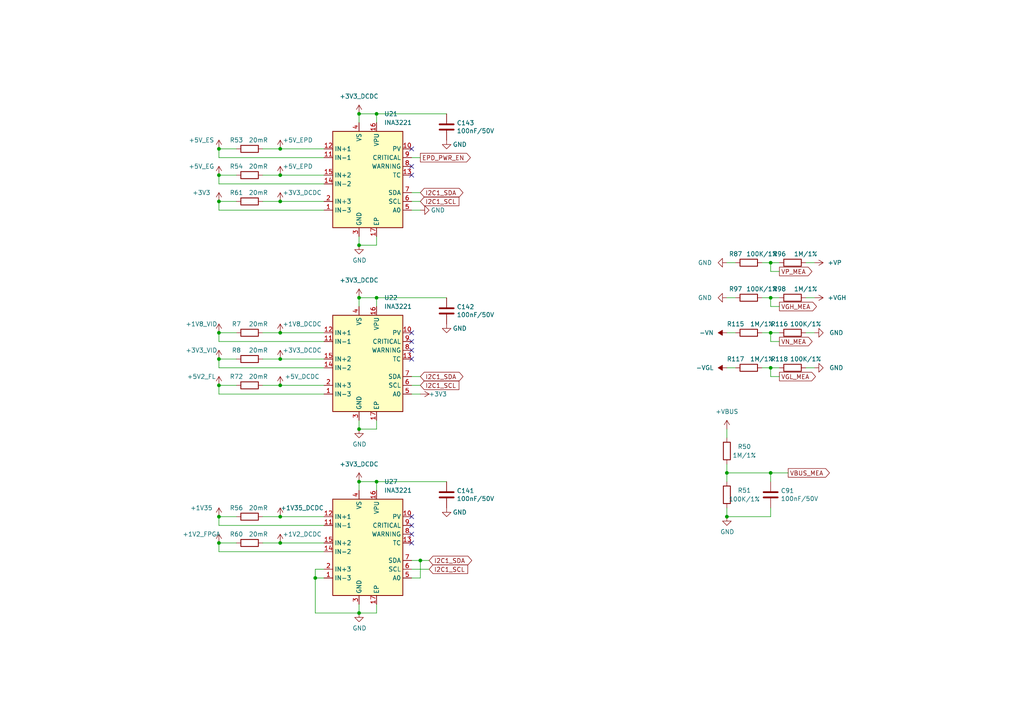
<source format=kicad_sch>
(kicad_sch (version 20231120) (generator "eeschema") (generator_version "8.0")
  (paper "A4")
  (title_block (title "Glider") (date "2025-04-18") (rev "R0.13") (company "Copyright 2025 Wenting Zhang"))
  (lib_symbols
    (symbol "Device:C" (pin_numbers hide) (pin_names (offset 0.254))
      (property "Reference" "C" (at 0.635 2.54 0))
      (property "Value" "C" (at 0.635 -2.54 0))
      (symbol "C_0_1"
        (polyline (pts (xy -2.032 -0.762) (xy 2.032 -0.762)) (stroke (width 0.508)))
        (polyline (pts (xy -2.032 0.762) (xy 2.032 0.762)) (stroke (width 0.508)))
      )
      (symbol "C_1_1"
        (pin passive line (at 0 3.81 270) (length 2.794) (name "~") (number "1"))
        (pin passive line (at 0 -3.81 90) (length 2.794) (name "~") (number "2"))
      )
    )
    (symbol "Device:R" (pin_numbers hide) (pin_names (offset 0))
      (property "Reference" "R" (at 2.032 0 90))
      (property "Value" "R" (at 0 0 90))
      (symbol "R_0_1"
        (rectangle (start -1.016 -2.54) (end 1.016 2.54) (stroke (width 0.254)))
      )
      (symbol "R_1_1"
        (pin passive line (at 0 3.81 270) (length 1.27) (name "~") (number "1"))
        (pin passive line (at 0 -3.81 90) (length 1.27) (name "~") (number "2"))
      )
    )
    (symbol "Power_Management:INA3221"
      (property "Reference" "U" (at -10.16 17.78 0))
      (property "Value" "INA3221" (at 5.08 17.78 0))
      (symbol "INA3221_0_1"
        (rectangle (start 10.16 -12.7) (end -10.16 15.24) (stroke (width 0.254)) (fill (type background)))
      )
      (symbol "INA3221_1_1"
        (pin input line (at -12.7 -7.62 0) (length 2.54) (name "IN-3") (number "1"))
        (pin open_collector line (at 12.7 10.16 180) (length 2.54) (name "PV") (number "10"))
        (pin input line (at -12.7 7.62 0) (length 2.54) (name "IN-1") (number "11"))
        (pin input line (at -12.7 10.16 0) (length 2.54) (name "IN+1") (number "12"))
        (pin open_collector line (at 12.7 2.54 180) (length 2.54) (name "TC") (number "13"))
        (pin input line (at -12.7 0 0) (length 2.54) (name "IN-2") (number "14"))
        (pin input line (at -12.7 2.54 0) (length 2.54) (name "IN+2") (number "15"))
        (pin power_in line (at 2.54 17.78 270) (length 2.54) (name "VPU") (number "16"))
        (pin passive line (at 2.54 -15.24 90) (length 2.54) (name "EP") (number "17"))
        (pin input line (at -12.7 -5.08 0) (length 2.54) (name "IN+3") (number "2"))
        (pin power_in line (at -2.54 -15.24 90) (length 2.54) (name "GND") (number "3"))
        (pin power_in line (at -2.54 17.78 270) (length 2.54) (name "VS") (number "4"))
        (pin input line (at 12.7 -7.62 180) (length 2.54) (name "A0") (number "5"))
        (pin input line (at 12.7 -5.08 180) (length 2.54) (name "SCL") (number "6"))
        (pin bidirectional line (at 12.7 -2.54 180) (length 2.54) (name "SDA") (number "7"))
        (pin open_collector line (at 12.7 5.08 180) (length 2.54) (name "WARNING") (number "8"))
        (pin open_collector line (at 12.7 7.62 180) (length 2.54) (name "CRITICAL") (number "9"))
      )
    )
    (symbol "power:+3V3" (power) (pin_names (offset 0))
      (property "Value" "+3V3" (at 0 3.556 0))
      (symbol "+3V3_0_1"
        (polyline (pts (xy -0.762 1.27) (xy 0 2.54)))
        (polyline (pts (xy 0 0) (xy 0 2.54)))
        (polyline (pts (xy 0 2.54) (xy 0.762 1.27)))
      )
      (symbol "+3V3_1_1"
        (pin power_in line (at 0 0 90) (length 0) hide (name "+3V3") (number "1"))
      )
    )
    (symbol "power:GND" (power) (pin_names (offset 0))
      (property "Value" "GND" (at 0 -3.81 0))
      (symbol "GND_0_1"
        (polyline (pts (xy 0 0) (xy 0 -1.27) (xy 1.27 -1.27) (xy 0 -2.54) (xy -1.27 -1.27) (xy 0 -1.27)))
      )
      (symbol "GND_1_1"
        (pin power_in line (at 0 0 270) (length 0) hide (name "GND") (number "1"))
      )
    )
    (symbol "symbols:+V" (power) (pin_names (offset 0))
      (property "Value" "+V" (at 0 3.556 0))
      (symbol "+V_0_1"
        (polyline (pts (xy -0.762 1.27) (xy 0 2.54)))
        (polyline (pts (xy 0 0) (xy 0 2.54)))
        (polyline (pts (xy 0 2.54) (xy 0.762 1.27)))
      )
      (symbol "+V_1_1"
        (pin power_in line (at 0 0 90) (length 0) hide (name "~") (number "1"))
      )
    )
    (symbol "symbols:-V" (power) (pin_numbers hide) (pin_names (offset 0) hide)
      (property "Value" "-V" (at 0 3.556 0))
      (symbol "-V_0_0"
        (pin power_in line (at 0 0 90) (length 0) (name "~") (number "1"))
      )
      (symbol "-V_0_1"
        (polyline (pts (xy 0 0) (xy 0 1.27) (xy 0.762 1.27) (xy 0 2.54) (xy -0.762 1.27) (xy 0 1.27)) (fill (type outline)))
      )
    )
  )
  (junction (at 63.5 96.52))
  (junction (at 223.52 76.2))
  (junction (at 109.22 139.7))
  (junction (at 223.52 137.16))
  (junction (at 109.22 86.36))
  (junction (at 104.14 86.36))
  (junction (at 109.22 33.02))
  (junction (at 104.14 124.46))
  (junction (at 81.28 58.42))
  (junction (at 223.52 106.68))
  (junction (at 63.5 111.76))
  (junction (at 104.14 139.7))
  (junction (at 223.52 96.52))
  (junction (at 81.28 104.14))
  (junction (at 104.14 33.02))
  (junction (at 210.82 149.86))
  (junction (at 81.28 96.52))
  (junction (at 63.5 149.86))
  (junction (at 63.5 43.18))
  (junction (at 63.5 58.42))
  (junction (at 91.44 167.64))
  (junction (at 81.28 50.8))
  (junction (at 63.5 50.8))
  (junction (at 121.92 162.56))
  (junction (at 104.14 71.12))
  (junction (at 223.52 86.36))
  (junction (at 210.82 137.16))
  (junction (at 81.28 111.76))
  (junction (at 81.28 43.18))
  (junction (at 63.5 104.14))
  (junction (at 104.14 177.8))
  (junction (at 81.28 157.48))
  (junction (at 81.28 149.86))
  (junction (at 63.5 157.48))
  (no_connect (at 119.38 101.6))
  (no_connect (at 119.38 157.48))
  (no_connect (at 119.38 104.14))
  (no_connect (at 119.38 154.94))
  (no_connect (at 119.38 50.8))
  (no_connect (at 119.38 99.06))
  (no_connect (at 119.38 152.4))
  (no_connect (at 119.38 43.18))
  (no_connect (at 119.38 149.86))
  (no_connect (at 119.38 48.26))
  (no_connect (at 119.38 96.52))
  (wire (pts (xy 119.38 45.72) (xy 121.92 45.72)))
  (wire (pts (xy 76.2 104.14) (xy 81.28 104.14)))
  (wire (pts (xy 109.22 68.58) (xy 109.22 71.12)))
  (wire (pts (xy 63.5 99.06) (xy 93.98 99.06)))
  (wire (pts (xy 119.38 58.42) (xy 121.92 58.42)))
  (wire (pts (xy 109.22 33.02) (xy 104.14 33.02)))
  (wire (pts (xy 109.22 86.36) (xy 109.22 88.9)))
  (wire (pts (xy 223.52 76.2) (xy 226.06 76.2)))
  (wire (pts (xy 63.5 53.34) (xy 63.5 50.8)))
  (wire (pts (xy 223.52 88.9) (xy 223.52 86.36)))
  (wire (pts (xy 223.52 109.22) (xy 223.52 106.68)))
  (wire (pts (xy 223.52 106.68) (xy 226.06 106.68)))
  (wire (pts (xy 119.38 167.64) (xy 121.92 167.64)))
  (wire (pts (xy 81.28 43.18) (xy 93.98 43.18)))
  (wire (pts (xy 210.82 139.7) (xy 210.82 137.16)))
  (wire (pts (xy 91.44 167.64) (xy 93.98 167.64)))
  (wire (pts (xy 63.5 45.72) (xy 93.98 45.72)))
  (wire (pts (xy 119.38 111.76) (xy 121.92 111.76)))
  (wire (pts (xy 63.5 45.72) (xy 63.5 43.18)))
  (wire (pts (xy 81.28 96.52) (xy 93.98 96.52)))
  (wire (pts (xy 119.38 60.96) (xy 121.92 60.96)))
  (wire (pts (xy 109.22 139.7) (xy 129.54 139.7)))
  (wire (pts (xy 63.5 152.4) (xy 93.98 152.4)))
  (wire (pts (xy 63.5 43.18) (xy 68.58 43.18)))
  (wire (pts (xy 63.5 60.96) (xy 63.5 58.42)))
  (wire (pts (xy 226.06 88.9) (xy 223.52 88.9)))
  (wire (pts (xy 63.5 60.96) (xy 93.98 60.96)))
  (wire (pts (xy 109.22 175.26) (xy 109.22 177.8)))
  (wire (pts (xy 76.2 157.48) (xy 81.28 157.48)))
  (wire (pts (xy 210.82 106.68) (xy 213.36 106.68)))
  (wire (pts (xy 63.5 152.4) (xy 63.5 149.86)))
  (wire (pts (xy 109.22 139.7) (xy 104.14 139.7)))
  (wire (pts (xy 233.68 86.36) (xy 236.22 86.36)))
  (wire (pts (xy 210.82 86.36) (xy 213.36 86.36)))
  (wire (pts (xy 210.82 96.52) (xy 213.36 96.52)))
  (wire (pts (xy 76.2 58.42) (xy 81.28 58.42)))
  (wire (pts (xy 210.82 147.32) (xy 210.82 149.86)))
  (wire (pts (xy 91.44 177.8) (xy 104.14 177.8)))
  (wire (pts (xy 223.52 78.74) (xy 223.52 76.2)))
  (wire (pts (xy 63.5 96.52) (xy 68.58 96.52)))
  (wire (pts (xy 223.52 149.86) (xy 210.82 149.86)))
  (wire (pts (xy 226.06 109.22) (xy 223.52 109.22)))
  (wire (pts (xy 109.22 35.56) (xy 109.22 33.02)))
  (wire (pts (xy 119.38 114.3) (xy 121.92 114.3)))
  (wire (pts (xy 233.68 76.2) (xy 236.22 76.2)))
  (wire (pts (xy 63.5 149.86) (xy 68.58 149.86)))
  (wire (pts (xy 220.98 76.2) (xy 223.52 76.2)))
  (wire (pts (xy 81.28 149.86) (xy 93.98 149.86)))
  (wire (pts (xy 109.22 71.12) (xy 104.14 71.12)))
  (wire (pts (xy 63.5 50.8) (xy 68.58 50.8)))
  (wire (pts (xy 93.98 165.1) (xy 91.44 165.1)))
  (wire (pts (xy 63.5 114.3) (xy 63.5 111.76)))
  (wire (pts (xy 220.98 106.68) (xy 223.52 106.68)))
  (wire (pts (xy 121.92 162.56) (xy 124.46 162.56)))
  (wire (pts (xy 104.14 86.36) (xy 104.14 88.9)))
  (wire (pts (xy 223.52 139.7) (xy 223.52 137.16)))
  (wire (pts (xy 119.38 165.1) (xy 124.46 165.1)))
  (wire (pts (xy 63.5 160.02) (xy 63.5 157.48)))
  (wire (pts (xy 81.28 157.48) (xy 93.98 157.48)))
  (wire (pts (xy 109.22 86.36) (xy 104.14 86.36)))
  (wire (pts (xy 91.44 167.64) (xy 91.44 177.8)))
  (wire (pts (xy 63.5 111.76) (xy 68.58 111.76)))
  (wire (pts (xy 104.14 33.02) (xy 104.14 35.56)))
  (wire (pts (xy 109.22 121.92) (xy 109.22 124.46)))
  (wire (pts (xy 76.2 149.86) (xy 81.28 149.86)))
  (wire (pts (xy 223.52 86.36) (xy 226.06 86.36)))
  (wire (pts (xy 76.2 50.8) (xy 81.28 50.8)))
  (wire (pts (xy 220.98 96.52) (xy 223.52 96.52)))
  (wire (pts (xy 63.5 157.48) (xy 68.58 157.48)))
  (wire (pts (xy 104.14 124.46) (xy 104.14 121.92)))
  (wire (pts (xy 220.98 86.36) (xy 223.52 86.36)))
  (wire (pts (xy 210.82 137.16) (xy 223.52 137.16)))
  (wire (pts (xy 223.52 96.52) (xy 226.06 96.52)))
  (wire (pts (xy 81.28 50.8) (xy 93.98 50.8)))
  (wire (pts (xy 63.5 114.3) (xy 93.98 114.3)))
  (wire (pts (xy 223.52 137.16) (xy 228.6 137.16)))
  (wire (pts (xy 210.82 124.46) (xy 210.82 127)))
  (wire (pts (xy 233.68 96.52) (xy 236.22 96.52)))
  (wire (pts (xy 210.82 76.2) (xy 213.36 76.2)))
  (wire (pts (xy 81.28 111.76) (xy 93.98 111.76)))
  (wire (pts (xy 63.5 106.68) (xy 93.98 106.68)))
  (wire (pts (xy 63.5 53.34) (xy 93.98 53.34)))
  (wire (pts (xy 109.22 124.46) (xy 104.14 124.46)))
  (wire (pts (xy 81.28 104.14) (xy 93.98 104.14)))
  (wire (pts (xy 63.5 58.42) (xy 68.58 58.42)))
  (wire (pts (xy 104.14 139.7) (xy 104.14 142.24)))
  (wire (pts (xy 81.28 58.42) (xy 93.98 58.42)))
  (wire (pts (xy 226.06 78.74) (xy 223.52 78.74)))
  (wire (pts (xy 76.2 111.76) (xy 81.28 111.76)))
  (wire (pts (xy 119.38 162.56) (xy 121.92 162.56)))
  (wire (pts (xy 109.22 177.8) (xy 104.14 177.8)))
  (wire (pts (xy 104.14 177.8) (xy 104.14 175.26)))
  (wire (pts (xy 223.52 99.06) (xy 223.52 96.52)))
  (wire (pts (xy 223.52 147.32) (xy 223.52 149.86)))
  (wire (pts (xy 63.5 106.68) (xy 63.5 104.14)))
  (wire (pts (xy 119.38 109.22) (xy 121.92 109.22)))
  (wire (pts (xy 109.22 86.36) (xy 129.54 86.36)))
  (wire (pts (xy 104.14 71.12) (xy 104.14 68.58)))
  (wire (pts (xy 210.82 134.62) (xy 210.82 137.16)))
  (wire (pts (xy 119.38 55.88) (xy 121.92 55.88)))
  (wire (pts (xy 233.68 106.68) (xy 236.22 106.68)))
  (wire (pts (xy 121.92 162.56) (xy 121.92 167.64)))
  (wire (pts (xy 109.22 33.02) (xy 129.54 33.02)))
  (wire (pts (xy 226.06 99.06) (xy 223.52 99.06)))
  (wire (pts (xy 91.44 165.1) (xy 91.44 167.64)))
  (wire (pts (xy 76.2 43.18) (xy 81.28 43.18)))
  (wire (pts (xy 63.5 160.02) (xy 93.98 160.02)))
  (wire (pts (xy 63.5 104.14) (xy 68.58 104.14)))
  (wire (pts (xy 109.22 142.24) (xy 109.22 139.7)))
  (wire (pts (xy 76.2 96.52) (xy 81.28 96.52)))
  (wire (pts (xy 63.5 99.06) (xy 63.5 96.52)))
  (global_label "VP_MEA" (shape output) (at 226.06 78.74 0) (property "Intersheetrefs" "${INTERSHEET_REFS}" (effects (hide yes))))
  (global_label "I2C1_SCL" (shape input) (at 121.92 111.76 0) (property "Intersheetrefs" "${INTERSHEET_REFS}" (effects (hide yes))))
  (global_label "I2C1_SDA" (shape bidirectional) (at 121.92 55.88 0) (property "Intersheetrefs" "${INTERSHEET_REFS}" (effects (hide yes))))
  (global_label "EPD_PWR_EN" (shape output) (at 121.92 45.72 0) (property "Intersheetrefs" "${INTERSHEET_REFS}" (effects (hide yes))))
  (global_label "I2C1_SDA" (shape bidirectional) (at 124.46 162.56 0) (property "Intersheetrefs" "${INTERSHEET_REFS}" (effects (hide yes))))
  (global_label "I2C1_SCL" (shape input) (at 124.46 165.1 0) (property "Intersheetrefs" "${INTERSHEET_REFS}" (effects (hide yes))))
  (global_label "VN_MEA" (shape output) (at 226.06 99.06 0) (property "Intersheetrefs" "${INTERSHEET_REFS}" (effects (hide yes))))
  (global_label "I2C1_SDA" (shape bidirectional) (at 121.92 109.22 0) (property "Intersheetrefs" "${INTERSHEET_REFS}" (effects (hide yes))))
  (global_label "VGL_MEA" (shape output) (at 226.06 109.22 0) (property "Intersheetrefs" "${INTERSHEET_REFS}" (effects (hide yes))))
  (global_label "VBUS_MEA" (shape output) (at 228.6 137.16 0) (property "Intersheetrefs" "${INTERSHEET_REFS}" (effects (hide yes))))
  (global_label "I2C1_SCL" (shape input) (at 121.92 58.42 0) (property "Intersheetrefs" "${INTERSHEET_REFS}" (effects (hide yes))))
  (global_label "VGH_MEA" (shape output) (at 226.06 88.9 0) (property "Intersheetrefs" "${INTERSHEET_REFS}" (effects (hide yes))))
  (symbol (lib_id "symbols:+V") (at 81.28 104.14 0) (unit 1)
    (property "Reference" "#PWR0213" (effects (hide yes)))
    (property "Value" "+3V3_DCDC" (at 87.63 101.6 0))
  )
  (symbol (lib_id "symbols:+V") (at 81.28 96.52 0) (unit 1)
    (property "Reference" "#PWR0182" (effects (hide yes)))
    (property "Value" "+1V8_DCDC" (at 87.63 93.98 0))
  )
  (symbol (lib_id "symbols:+V") (at 63.5 50.8 0) (unit 1)
    (property "Reference" "#PWR0241" (effects (hide yes)))
    (property "Value" "+5V_EG" (at 58.42 48.26 0))
  )
  (symbol (lib_id "Device:R") (at 229.87 96.52 90) (unit 1)
    (property "Reference" "R116" (at 226.06 93.98 90))
    (property "Value" "100K/1%" (at 233.68 93.98 90))
    (property "Footprint" "Resistor_SMD:R_0402_1005Metric" (effects (hide yes)))
  )
  (symbol (lib_id "symbols:+V") (at 63.5 104.14 0) (unit 1)
    (property "Reference" "#PWR0250" (effects (hide yes)))
    (property "Value" "+3V3_VID" (at 58.42 101.6 0))
  )
  (symbol (lib_id "Power_Management:INA3221") (at 106.68 53.34 0) (unit 1)
    (property "Reference" "U21" (at 111.4141 33.02 0) (effects (justify left)))
    (property "Value" "INA3221" (at 111.4141 35.56 0) (effects (justify left)))
    (property "Footprint" "Package_DFN_QFN:Texas_RGV0016A_VQFN-16-1EP_4x4mm_P0.65mm_EP2.1x2.1mm" (effects (hide yes)))
    (property "Datasheet" "http://www.ti.com/lit/ds/symlink/ina3221.pdf" (effects (hide yes)))
    (property "Description" "Triple-Channel High-Side Shunt and Bus Voltage Monitor with I2C and SMBUS Compatible Interface, QFN-16" (effects (hide yes)))
  )
  (symbol (lib_id "power:GND") (at 210.82 76.2 270) (unit 1)
    (property "Reference" "#PWR0254" (effects (hide yes)))
    (property "Value" "GND" (at 204.47 76.2 90))
  )
  (symbol (lib_id "symbols:+V") (at 63.5 111.76 0) (unit 1)
    (property "Reference" "#PWR0271" (effects (hide yes)))
    (property "Value" "+5V2_FL" (at 58.42 109.22 0))
  )
  (symbol (lib_id "Power_Management:INA3221") (at 106.68 106.68 0) (unit 1)
    (property "Reference" "U22" (at 111.4141 86.36 0) (effects (justify left)))
    (property "Value" "INA3221" (at 111.4141 88.9 0) (effects (justify left)))
    (property "Footprint" "Package_DFN_QFN:Texas_RGV0016A_VQFN-16-1EP_4x4mm_P0.65mm_EP2.1x2.1mm" (effects (hide yes)))
    (property "Datasheet" "http://www.ti.com/lit/ds/symlink/ina3221.pdf" (effects (hide yes)))
    (property "Description" "Triple-Channel High-Side Shunt and Bus Voltage Monitor with I2C and SMBUS Compatible Interface, QFN-16" (effects (hide yes)))
  )
  (symbol (lib_id "symbols:+V") (at 81.28 43.18 0) (unit 1)
    (property "Reference" "#PWR08" (effects (hide yes)))
    (property "Value" "+5V_EPD" (at 86.36 40.64 0))
  )
  (symbol (lib_id "power:GND") (at 210.82 149.86 0) (unit 1)
    (property "Reference" "#PWR0176" (effects (hide yes)))
    (property "Value" "GND" (at 210.947 154.2542 0))
  )
  (symbol (lib_id "Device:R") (at 229.87 76.2 90) (unit 1)
    (property "Reference" "R96" (at 226.06 73.66 90))
    (property "Value" "1M/1%" (at 233.68 73.66 90))
    (property "Footprint" "Resistor_SMD:R_0402_1005Metric" (effects (hide yes)))
  )
  (symbol (lib_id "symbols:+V") (at 210.82 124.46 0) (unit 1)
    (property "Reference" "#PWR0131" (effects (hide yes)))
    (property "Value" "+VBUS" (at 210.82 119.38 0))
  )
  (symbol (lib_id "symbols:-V") (at 210.82 96.52 90) (unit 1)
    (property "Reference" "#PWR047" (effects (hide yes)))
    (property "Value" "-VN" (at 207.01 96.5199 90) (effects (justify left)))
  )
  (symbol (lib_id "symbols:+V") (at 63.5 58.42 0) (unit 1)
    (property "Reference" "#PWR0242" (effects (hide yes)))
    (property "Value" "+3V3" (at 58.42 55.88 0))
  )
  (symbol (lib_id "Device:R") (at 217.17 76.2 90) (unit 1)
    (property "Reference" "R87" (at 213.36 73.66 90))
    (property "Value" "100K/1%" (at 220.98 73.66 90))
    (property "Footprint" "Resistor_SMD:R_0402_1005Metric" (effects (hide yes)))
  )
  (symbol (lib_id "power:GND") (at 210.82 86.36 270) (unit 1)
    (property "Reference" "#PWR0256" (effects (hide yes)))
    (property "Value" "GND" (at 204.47 86.36 90))
  )
  (symbol (lib_id "symbols:+V") (at 81.28 58.42 0) (unit 1)
    (property "Reference" "#PWR020" (effects (hide yes)))
    (property "Value" "+3V3_DCDC" (at 87.63 55.88 0))
  )
  (symbol (lib_id "symbols:-V") (at 210.82 106.68 90) (unit 1)
    (property "Reference" "#PWR0228" (effects (hide yes)))
    (property "Value" "-VGL" (at 207.01 106.6799 90) (effects (justify left)))
  )
  (symbol (lib_id "Device:R") (at 72.39 149.86 90) (unit 1)
    (property "Reference" "R56" (at 68.58 147.32 90))
    (property "Value" "20mR" (at 74.93 147.32 90))
    (property "Footprint" "Resistor_SMD:R_0805_2012Metric" (effects (hide yes)))
  )
  (symbol (lib_id "Device:C") (at 129.54 90.17 0) (unit 1)
    (property "Reference" "C142" (at 132.461 89.0016 0) (effects (justify left)))
    (property "Value" "100nF/50V" (at 132.461 91.313 0) (effects (justify left)))
    (property "Footprint" "Capacitor_SMD:C_0402_1005Metric" (effects (hide yes)))
  )
  (symbol (lib_id "Power_Management:INA3221") (at 106.68 160.02 0) (unit 1)
    (property "Reference" "U27" (at 111.4141 139.7 0) (effects (justify left)))
    (property "Value" "INA3221" (at 111.4141 142.24 0) (effects (justify left)))
    (property "Footprint" "Package_DFN_QFN:Texas_RGV0016A_VQFN-16-1EP_4x4mm_P0.65mm_EP2.1x2.1mm" (effects (hide yes)))
    (property "Datasheet" "http://www.ti.com/lit/ds/symlink/ina3221.pdf" (effects (hide yes)))
    (property "Description" "Triple-Channel High-Side Shunt and Bus Voltage Monitor with I2C and SMBUS Compatible Interface, QFN-16" (effects (hide yes)))
  )
  (symbol (lib_id "symbols:+V") (at 81.28 157.48 0) (unit 1)
    (property "Reference" "#PWR0216" (effects (hide yes)))
    (property "Value" "+1V2_DCDC" (at 87.63 154.94 0))
  )
  (symbol (lib_id "power:GND") (at 129.54 93.98 0) (unit 1)
    (property "Reference" "#PWR0330" (effects (hide yes)))
    (property "Value" "GND" (at 133.35 95.25 0))
  )
  (symbol (lib_id "symbols:+V") (at 63.5 43.18 0) (unit 1)
    (property "Reference" "#PWR0226" (effects (hide yes)))
    (property "Value" "+5V_ES" (at 58.42 40.64 0))
  )
  (symbol (lib_id "Device:R") (at 72.39 104.14 90) (unit 1)
    (property "Reference" "R8" (at 68.58 101.6 90))
    (property "Value" "20mR" (at 74.93 101.6 90))
    (property "Footprint" "Resistor_SMD:R_0805_2012Metric" (effects (hide yes)))
  )
  (symbol (lib_id "Device:C") (at 129.54 143.51 0) (unit 1)
    (property "Reference" "C141" (at 132.461 142.3416 0) (effects (justify left)))
    (property "Value" "100nF/50V" (at 132.461 144.653 0) (effects (justify left)))
    (property "Footprint" "Capacitor_SMD:C_0402_1005Metric" (effects (hide yes)))
  )
  (symbol (lib_id "Device:R") (at 229.87 106.68 90) (unit 1)
    (property "Reference" "R118" (at 226.06 104.14 90))
    (property "Value" "100K/1%" (at 233.68 104.14 90))
    (property "Footprint" "Resistor_SMD:R_0402_1005Metric" (effects (hide yes)))
  )
  (symbol (lib_id "symbols:+V") (at 63.5 149.86 0) (unit 1)
    (property "Reference" "#PWR0269" (effects (hide yes)))
    (property "Value" "+1V35" (at 58.42 147.32 0))
  )
  (symbol (lib_id "power:GND") (at 129.54 147.32 0) (unit 1)
    (property "Reference" "#PWR0329" (effects (hide yes)))
    (property "Value" "GND" (at 133.35 148.59 0))
  )
  (symbol (lib_id "Device:R") (at 210.82 130.81 0) (mirror y) (unit 1)
    (property "Reference" "R50" (at 215.9 129.54 0))
    (property "Value" "1M/1%" (at 215.9 132.08 0))
    (property "Footprint" "Resistor_SMD:R_0402_1005Metric" (effects (hide yes)))
  )
  (symbol (lib_id "power:GND") (at 236.22 96.52 90) (unit 1)
    (property "Reference" "#PWR0304" (effects (hide yes)))
    (property "Value" "GND" (at 242.57 96.52 90))
  )
  (symbol (lib_id "power:GND") (at 129.54 40.64 0) (unit 1)
    (property "Reference" "#PWR0331" (effects (hide yes)))
    (property "Value" "GND" (at 133.35 41.91 0))
  )
  (symbol (lib_id "symbols:+V") (at 81.28 149.86 0) (unit 1)
    (property "Reference" "#PWR04" (effects (hide yes)))
    (property "Value" "+1V35_DCDC" (at 87.63 147.32 0))
  )
  (symbol (lib_id "power:+3V3") (at 121.92 114.3 270) (unit 1)
    (property "Reference" "#PWR0196" (effects (hide yes)))
    (property "Value" "+3V3" (at 127 114.3 90))
  )
  (symbol (lib_id "symbols:+V") (at 104.14 139.7 0) (unit 1)
    (property "Reference" "#PWR0181" (effects (hide yes)))
    (property "Value" "+3V3_DCDC" (at 104.14 134.62 0))
  )
  (symbol (lib_id "power:GND") (at 104.14 177.8 0) (unit 1)
    (property "Reference" "#PWR0227" (effects (hide yes)))
    (property "Value" "GND" (at 104.267 182.1942 0))
  )
  (symbol (lib_id "power:GND") (at 236.22 106.68 90) (unit 1)
    (property "Reference" "#PWR0305" (effects (hide yes)))
    (property "Value" "GND" (at 242.57 106.68 90))
  )
  (symbol (lib_id "symbols:+V") (at 81.28 50.8 0) (unit 1)
    (property "Reference" "#PWR012" (effects (hide yes)))
    (property "Value" "+5V_EPD" (at 86.36 48.26 0))
  )
  (symbol (lib_id "power:GND") (at 121.92 60.96 90) (unit 1)
    (property "Reference" "#PWR0195" (effects (hide yes)))
    (property "Value" "GND" (at 127 60.96 90))
  )
  (symbol (lib_id "symbols:+V") (at 104.14 86.36 0) (unit 1)
    (property "Reference" "#PWR0179" (effects (hide yes)))
    (property "Value" "+3V3_DCDC" (at 104.14 81.28 0))
  )
  (symbol (lib_id "symbols:+V") (at 236.22 76.2 270) (unit 1)
    (property "Reference" "#PWR063" (effects (hide yes)))
    (property "Value" "+VP" (at 240.03 76.1999 90) (effects (justify left)))
  )
  (symbol (lib_id "Device:R") (at 210.82 143.51 0) (mirror y) (unit 1)
    (property "Reference" "R51" (at 215.9 142.24 0))
    (property "Value" "100K/1%" (at 215.9 144.78 0))
    (property "Footprint" "Resistor_SMD:R_0402_1005Metric" (effects (hide yes)))
  )
  (symbol (lib_id "Device:R") (at 72.39 111.76 90) (unit 1)
    (property "Reference" "R72" (at 68.58 109.22 90))
    (property "Value" "20mR" (at 74.93 109.22 90))
    (property "Footprint" "Resistor_SMD:R_0805_2012Metric" (effects (hide yes)))
  )
  (symbol (lib_id "Device:R") (at 72.39 157.48 90) (unit 1)
    (property "Reference" "R60" (at 68.58 154.94 90))
    (property "Value" "20mR" (at 74.93 154.94 90))
    (property "Footprint" "Resistor_SMD:R_0805_2012Metric" (effects (hide yes)))
  )
  (symbol (lib_id "power:GND") (at 104.14 124.46 0) (unit 1)
    (property "Reference" "#PWR0194" (effects (hide yes)))
    (property "Value" "GND" (at 104.267 128.8542 0))
  )
  (symbol (lib_id "symbols:+V") (at 236.22 86.36 270) (unit 1)
    (property "Reference" "#PWR0268" (effects (hide yes)))
    (property "Value" "+VGH" (at 240.03 86.3599 90) (effects (justify left)))
  )
  (symbol (lib_id "Device:R") (at 217.17 96.52 90) (unit 1)
    (property "Reference" "R115" (at 213.36 93.98 90))
    (property "Value" "1M/1%" (at 220.98 93.98 90))
    (property "Footprint" "Resistor_SMD:R_0402_1005Metric" (effects (hide yes)))
  )
  (symbol (lib_id "Device:R") (at 229.87 86.36 90) (unit 1)
    (property "Reference" "R98" (at 226.06 83.82 90))
    (property "Value" "1M/1%" (at 233.68 83.82 90))
    (property "Footprint" "Resistor_SMD:R_0402_1005Metric" (effects (hide yes)))
  )
  (symbol (lib_id "Device:R") (at 72.39 50.8 270) (mirror x) (unit 1)
    (property "Reference" "R54" (at 68.58 48.26 90))
    (property "Value" "20mR" (at 74.93 48.26 90))
    (property "Footprint" "Resistor_SMD:R_0805_2012Metric" (effects (hide yes)))
  )
  (symbol (lib_id "symbols:+V") (at 81.28 111.76 0) (unit 1)
    (property "Reference" "#PWR0245" (effects (hide yes)))
    (property "Value" "+5V_DCDC" (at 87.63 109.22 0))
  )
  (symbol (lib_id "Device:C") (at 223.52 143.51 0) (unit 1)
    (property "Reference" "C91" (at 226.441 142.3416 0) (effects (justify left)))
    (property "Value" "100nF/50V" (at 226.441 144.653 0) (effects (justify left)))
    (property "Footprint" "Capacitor_SMD:C_0402_1005Metric" (effects (hide yes)))
  )
  (symbol (lib_id "Device:R") (at 72.39 43.18 270) (mirror x) (unit 1)
    (property "Reference" "R53" (at 68.58 40.64 90))
    (property "Value" "20mR" (at 74.93 40.64 90))
    (property "Footprint" "Resistor_SMD:R_0805_2012Metric" (effects (hide yes)))
  )
  (symbol (lib_id "Device:R") (at 72.39 96.52 90) (unit 1)
    (property "Reference" "R7" (at 68.58 93.98 90))
    (property "Value" "20mR" (at 74.93 93.98 90))
    (property "Footprint" "Resistor_SMD:R_0805_2012Metric" (effects (hide yes)))
  )
  (symbol (lib_id "Device:R") (at 217.17 86.36 90) (unit 1)
    (property "Reference" "R97" (at 213.36 83.82 90))
    (property "Value" "100K/1%" (at 220.98 83.82 90))
    (property "Footprint" "Resistor_SMD:R_0402_1005Metric" (effects (hide yes)))
  )
  (symbol (lib_id "symbols:+V") (at 104.14 33.02 0) (unit 1)
    (property "Reference" "#PWR0229" (effects (hide yes)))
    (property "Value" "+3V3_DCDC" (at 104.14 27.94 0))
  )
  (symbol (lib_id "symbols:+V") (at 63.5 157.48 0) (unit 1)
    (property "Reference" "#PWR0270" (effects (hide yes)))
    (property "Value" "+1V2_FPGA" (at 58.42 154.94 0))
  )
  (symbol (lib_id "Device:R") (at 72.39 58.42 90) (unit 1)
    (property "Reference" "R61" (at 68.58 55.88 90))
    (property "Value" "20mR" (at 74.93 55.88 90))
    (property "Footprint" "Resistor_SMD:R_0805_2012Metric" (effects (hide yes)))
  )
  (symbol (lib_id "symbols:+V") (at 63.5 96.52 0) (unit 1)
    (property "Reference" "#PWR0243" (effects (hide yes)))
    (property "Value" "+1V8_VID" (at 58.42 93.98 0))
  )
  (symbol (lib_id "Device:C") (at 129.54 36.83 0) (unit 1)
    (property "Reference" "C143" (at 132.461 35.6616 0) (effects (justify left)))
    (property "Value" "100nF/50V" (at 132.461 37.973 0) (effects (justify left)))
    (property "Footprint" "Capacitor_SMD:C_0402_1005Metric" (effects (hide yes)))
  )
  (symbol (lib_id "power:GND") (at 104.14 71.12 0) (unit 1)
    (property "Reference" "#PWR0180" (effects (hide yes)))
    (property "Value" "GND" (at 104.267 75.5142 0))
  )
  (symbol (lib_id "Device:R") (at 217.17 106.68 90) (unit 1)
    (property "Reference" "R117" (at 213.36 104.14 90))
    (property "Value" "1M/1%" (at 220.98 104.14 90))
    (property "Footprint" "Resistor_SMD:R_0402_1005Metric" (effects (hide yes)))
  )
)
</source>
